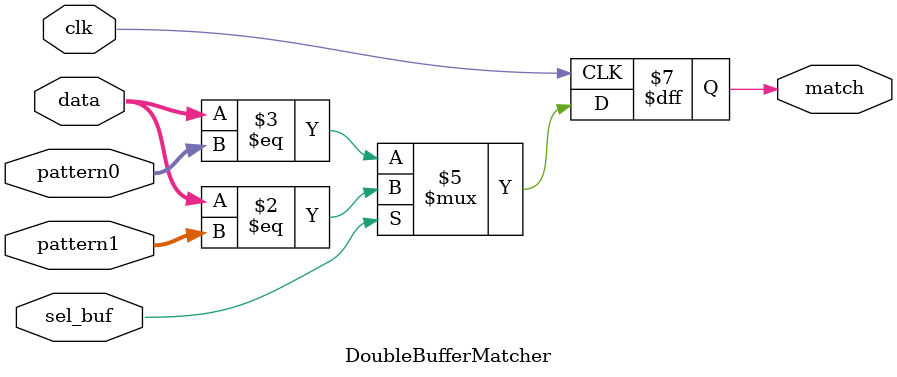
<source format=sv>
module DoubleBufferMatcher #(parameter WIDTH=8) (
    input clk, sel_buf,
    input [WIDTH-1:0] data,
    input [WIDTH-1:0] pattern0, pattern1,
    output reg match
);

always @(posedge clk) begin
    if (sel_buf) begin
        match <= (data == pattern1);
    end else begin
        match <= (data == pattern0);
    end
end

endmodule
</source>
